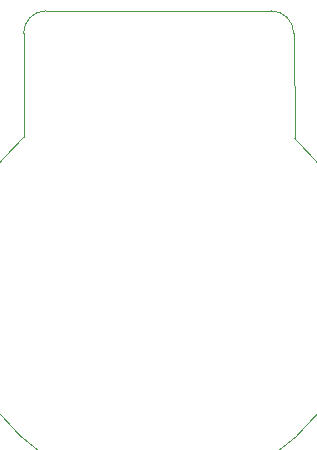
<source format=gbr>
%TF.GenerationSoftware,KiCad,Pcbnew,(5.1.9)-1*%
%TF.CreationDate,2022-03-15T15:37:11-05:00*%
%TF.ProjectId,SciMotorPCB,5363694d-6f74-46f7-9250-43422e6b6963,rev?*%
%TF.SameCoordinates,Original*%
%TF.FileFunction,Profile,NP*%
%FSLAX46Y46*%
G04 Gerber Fmt 4.6, Leading zero omitted, Abs format (unit mm)*
G04 Created by KiCad (PCBNEW (5.1.9)-1) date 2022-03-15 15:37:11*
%MOMM*%
%LPD*%
G01*
G04 APERTURE LIST*
%TA.AperFunction,Profile*%
%ADD10C,0.050000*%
%TD*%
G04 APERTURE END LIST*
D10*
X168357329Y-83195711D02*
G75*
G02*
X145415001Y-83121501I-11512329J-12689289D01*
G01*
X166370000Y-72390000D02*
G75*
G02*
X168275000Y-74295000I0J-1905000D01*
G01*
X145415000Y-74295000D02*
G75*
G02*
X147320000Y-72390000I1905000J0D01*
G01*
X166370000Y-72390000D02*
X156845000Y-72390000D01*
X168275000Y-74295000D02*
X168357329Y-83195711D01*
X145415000Y-74295000D02*
X145415000Y-83121500D01*
X156845000Y-72390000D02*
X147320000Y-72390000D01*
M02*

</source>
